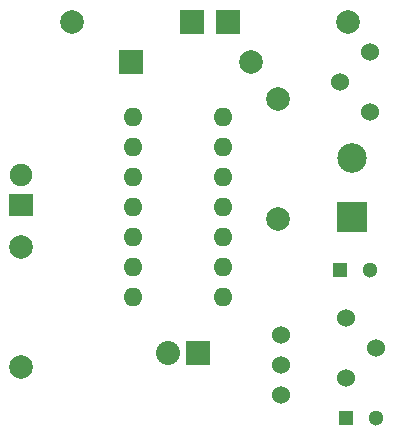
<source format=gbr>
G04 #@! TF.FileFunction,Copper,L1,Top,Signal*
%FSLAX46Y46*%
G04 Gerber Fmt 4.6, Leading zero omitted, Abs format (unit mm)*
G04 Created by KiCad (PCBNEW 4.0.2-stable) date Monday, 26 September 2016 10:46:00*
%MOMM*%
G01*
G04 APERTURE LIST*
%ADD10C,0.100000*%
%ADD11R,2.500000X2.500000*%
%ADD12C,2.500000*%
%ADD13C,1.998980*%
%ADD14R,1.998980X1.998980*%
%ADD15R,2.000000X1.900000*%
%ADD16C,1.900000*%
%ADD17R,2.032000X2.032000*%
%ADD18O,2.032000X2.032000*%
%ADD19C,1.524000*%
%ADD20O,1.600000X1.600000*%
%ADD21R,1.300000X1.300000*%
%ADD22C,1.300000*%
G04 APERTURE END LIST*
D10*
D11*
X45500000Y-31000000D03*
D12*
X45500000Y-26000000D03*
D13*
X36960000Y-17897460D03*
D14*
X26800000Y-17897460D03*
D13*
X21840000Y-14502540D03*
D14*
X32000000Y-14502540D03*
D13*
X45160000Y-14497460D03*
D14*
X35000000Y-14497460D03*
D15*
X17500000Y-30000000D03*
D16*
X17500000Y-27460000D03*
D17*
X32500000Y-42500000D03*
D18*
X29960000Y-42500000D03*
D19*
X44460000Y-19540000D03*
X47000000Y-17000000D03*
X47000000Y-22080000D03*
D13*
X39200000Y-21000000D03*
X39200000Y-31160000D03*
X17500000Y-33500000D03*
X17500000Y-43660000D03*
D19*
X39500000Y-43540000D03*
X39500000Y-46080000D03*
X39500000Y-41000000D03*
X47540000Y-42040000D03*
X45000000Y-44580000D03*
X45000000Y-39500000D03*
D20*
X27000000Y-22500000D03*
X27000000Y-25040000D03*
X27000000Y-27580000D03*
X27000000Y-30120000D03*
X27000000Y-32660000D03*
X27000000Y-35200000D03*
X27000000Y-37740000D03*
X34620000Y-37740000D03*
X34620000Y-35200000D03*
X34620000Y-32660000D03*
X34620000Y-30120000D03*
X34620000Y-27580000D03*
X34620000Y-25040000D03*
X34620000Y-22500000D03*
D21*
X44500000Y-35500000D03*
D22*
X47000000Y-35500000D03*
D21*
X45000000Y-48000000D03*
D22*
X47500000Y-48000000D03*
M02*

</source>
